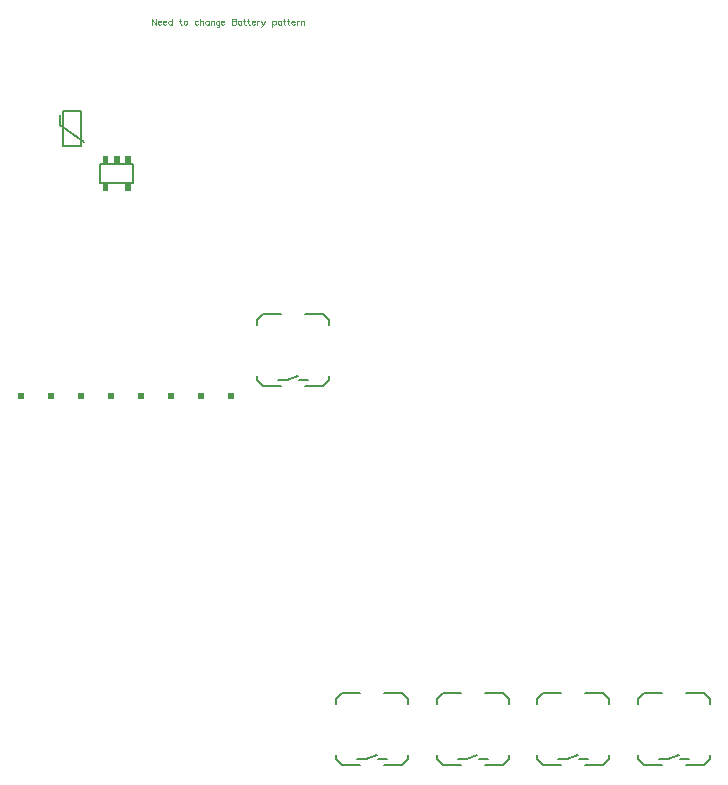
<source format=gbr>
%TF.GenerationSoftware,Novarm,DipTrace,3.2.0.1*%
%TF.CreationDate,2018-03-15T12:04:56-08:00*%
%FSLAX26Y26*%
%MOIN*%
%TF.FileFunction,Drawing,Top*%
%TF.Part,Single*%
%ADD17C,0.006*%
%ADD18C,0.008*%
%ADD31C,0.005*%
%ADD138C,0.003088*%
G75*
G01*
%LPD*%
X608213Y2565113D2*
D31*
Y2683223D1*
X667268D1*
Y2565113D1*
X608213D1*
X677740Y2579168D2*
X597740Y2634168D1*
Y2669168D1*
G36*
X1079016Y1742765D2*
X1059032D1*
Y1722750D1*
X1079016D1*
Y1742765D1*
G37*
G36*
X979016D2*
X959032D1*
Y1722750D1*
X979016D1*
Y1742765D1*
G37*
G36*
X879016D2*
X859032D1*
Y1722750D1*
X879016D1*
Y1742765D1*
G37*
G36*
X779016D2*
X759032D1*
Y1722750D1*
X779016D1*
Y1742765D1*
G37*
G36*
X679016D2*
X659032D1*
Y1722750D1*
X679016D1*
Y1742765D1*
G37*
G36*
X579016D2*
X559032D1*
Y1722750D1*
X579016D1*
Y1742765D1*
G37*
G36*
X479016D2*
X459032D1*
Y1722750D1*
X479016D1*
Y1742765D1*
G37*
G36*
X1179016D2*
X1159032D1*
Y1722750D1*
X1179016D1*
Y1742765D1*
G37*
X1336765Y2004516D2*
D18*
X1276765D1*
X1256765Y1984516D1*
X1496765D2*
X1476765Y2004516D1*
X1416765D1*
X1256765Y1784516D2*
X1276765Y1764516D1*
X1336765D1*
X1496765Y1784516D2*
X1476765Y1764516D1*
X1416765D1*
X1496765Y1984516D2*
Y1969516D1*
Y1784516D2*
Y1799516D1*
X1256765Y1784516D2*
Y1799516D1*
Y1984516D2*
Y1969516D1*
X1326765Y1784516D2*
X1356765D1*
X1396765D2*
X1426765D1*
X1356765D2*
X1391765Y1799516D1*
X1599265Y742016D2*
X1539265D1*
X1519265Y722016D1*
X1759265D2*
X1739265Y742016D1*
X1679265D1*
X1519265Y522016D2*
X1539265Y502016D1*
X1599265D1*
X1759265Y522016D2*
X1739265Y502016D1*
X1679265D1*
X1759265Y722016D2*
Y707016D1*
Y522016D2*
Y537016D1*
X1519265Y522016D2*
Y537016D1*
Y722016D2*
Y707016D1*
X1589265Y522016D2*
X1619265D1*
X1659265D2*
X1689265D1*
X1619265D2*
X1654265Y537016D1*
X1934683Y742016D2*
X1874683D1*
X1854683Y722016D1*
X2094683D2*
X2074683Y742016D1*
X2014683D1*
X1854683Y522016D2*
X1874683Y502016D1*
X1934683D1*
X2094683Y522016D2*
X2074683Y502016D1*
X2014683D1*
X2094683Y722016D2*
Y707016D1*
Y522016D2*
Y537016D1*
X1854683Y522016D2*
Y537016D1*
Y722016D2*
Y707016D1*
X1924683Y522016D2*
X1954683D1*
X1994683D2*
X2024683D1*
X1954683D2*
X1989683Y537016D1*
X2270099Y742016D2*
X2210099D1*
X2190099Y722016D1*
X2430099D2*
X2410099Y742016D1*
X2350099D1*
X2190099Y522016D2*
X2210099Y502016D1*
X2270099D1*
X2430099Y522016D2*
X2410099Y502016D1*
X2350099D1*
X2430099Y722016D2*
Y707016D1*
Y522016D2*
Y537016D1*
X2190099Y522016D2*
Y537016D1*
Y722016D2*
Y707016D1*
X2260099Y522016D2*
X2290099D1*
X2330099D2*
X2360099D1*
X2290099D2*
X2325099Y537016D1*
X2605516Y742016D2*
X2545516D1*
X2525516Y722016D1*
X2765516D2*
X2745516Y742016D1*
X2685516D1*
X2525516Y522016D2*
X2545516Y502016D1*
X2605516D1*
X2765516Y522016D2*
X2745516Y502016D1*
X2685516D1*
X2765516Y722016D2*
Y707016D1*
Y522016D2*
Y537016D1*
X2525516Y522016D2*
Y537016D1*
Y722016D2*
Y707016D1*
X2595516Y522016D2*
X2625516D1*
X2665516D2*
X2695516D1*
X2625516D2*
X2660516Y537016D1*
G36*
X815424Y2507544D2*
X835088D1*
Y2533150D1*
X815424D1*
Y2507544D1*
G37*
G36*
X778023D2*
X797687D1*
Y2533150D1*
X778023D1*
Y2507544D1*
G37*
G36*
X740621D2*
X760285D1*
Y2533150D1*
X740621D1*
Y2507544D1*
G37*
G36*
Y2415024D2*
X760285D1*
Y2440630D1*
X740621D1*
Y2415024D1*
G37*
G36*
X815424D2*
X835088D1*
Y2440630D1*
X815424D1*
Y2415024D1*
G37*
X732747Y2505575D2*
D17*
X842983D1*
Y2442583D2*
X732747D1*
Y2505575D1*
X842983Y2442583D2*
Y2505575D1*
X918333Y2990357D2*
D138*
Y2970261D1*
X904935Y2990357D1*
Y2970261D1*
X924508Y2977910D2*
X935982D1*
Y2979834D1*
X935032Y2981757D1*
X934081Y2982708D1*
X932158Y2983659D1*
X929284D1*
X927382Y2982708D1*
X925459Y2980785D1*
X924508Y2977910D1*
Y2976009D1*
X925459Y2973135D1*
X927382Y2971234D1*
X929284Y2970261D1*
X932158D1*
X934081Y2971234D1*
X935982Y2973135D1*
X942158Y2977910D2*
X953632D1*
Y2979834D1*
X952681Y2981757D1*
X951731Y2982708D1*
X949807Y2983659D1*
X946933D1*
X945032Y2982708D1*
X943109Y2980785D1*
X942158Y2977910D1*
Y2976009D1*
X943109Y2973135D1*
X945032Y2971234D1*
X946933Y2970261D1*
X949807D1*
X951731Y2971234D1*
X953632Y2973135D1*
X971282Y2990357D2*
Y2970261D1*
Y2980785D2*
X969380Y2982708D1*
X967457Y2983659D1*
X964583D1*
X962682Y2982708D1*
X960758Y2980785D1*
X959808Y2977910D1*
Y2976009D1*
X960758Y2973135D1*
X962682Y2971234D1*
X964583Y2970261D1*
X967457D1*
X969380Y2971234D1*
X971282Y2973135D1*
X999772Y2990357D2*
Y2974086D1*
X1000722Y2971234D1*
X1002646Y2970261D1*
X1004547D1*
X996898Y2983659D2*
X1003596D1*
X1015498D2*
X1013597Y2982708D1*
X1011673Y2980785D1*
X1010723Y2977910D1*
Y2976009D1*
X1011673Y2973135D1*
X1013597Y2971234D1*
X1015498Y2970261D1*
X1018372D1*
X1020295Y2971234D1*
X1022197Y2973135D1*
X1023169Y2976009D1*
Y2977910D1*
X1022197Y2980785D1*
X1020295Y2982708D1*
X1018372Y2983659D1*
X1015498D1*
X1060281Y2980785D2*
X1058358Y2982708D1*
X1056435Y2983659D1*
X1053583D1*
X1051659Y2982708D1*
X1049758Y2980785D1*
X1048785Y2977910D1*
Y2976009D1*
X1049758Y2973135D1*
X1051659Y2971234D1*
X1053583Y2970261D1*
X1056435D1*
X1058358Y2971234D1*
X1060281Y2973135D1*
X1066457Y2990357D2*
Y2970261D1*
Y2979834D2*
X1069331Y2982708D1*
X1071255Y2983659D1*
X1074129D1*
X1076030Y2982708D1*
X1076981Y2979834D1*
Y2970261D1*
X1094630Y2983659D2*
Y2970261D1*
Y2980785D2*
X1092729Y2982708D1*
X1090806Y2983659D1*
X1087954D1*
X1086030Y2982708D1*
X1084129Y2980785D1*
X1083156Y2977910D1*
Y2976009D1*
X1084129Y2973135D1*
X1086030Y2971234D1*
X1087954Y2970261D1*
X1090806D1*
X1092729Y2971234D1*
X1094630Y2973135D1*
X1100806Y2983659D2*
Y2970261D1*
Y2979834D2*
X1103680Y2982708D1*
X1105603Y2983659D1*
X1108455D1*
X1110379Y2982708D1*
X1111329Y2979834D1*
Y2970261D1*
X1128979Y2982708D2*
Y2967387D1*
X1128028Y2964535D1*
X1127078Y2963563D1*
X1125154Y2962612D1*
X1122280D1*
X1120379Y2963563D1*
X1128979Y2979834D2*
X1127078Y2981735D1*
X1125154Y2982708D1*
X1122280D1*
X1120379Y2981735D1*
X1118456Y2979834D1*
X1117505Y2976960D1*
Y2975036D1*
X1118456Y2972185D1*
X1120379Y2970261D1*
X1122280Y2969311D1*
X1125154D1*
X1127078Y2970261D1*
X1128979Y2972185D1*
X1135155Y2977910D2*
X1146628D1*
Y2979834D1*
X1145678Y2981757D1*
X1144727Y2982708D1*
X1142804Y2983659D1*
X1139930D1*
X1138029Y2982708D1*
X1136105Y2980785D1*
X1135155Y2977910D1*
Y2976009D1*
X1136105Y2973135D1*
X1138029Y2971234D1*
X1139930Y2970261D1*
X1142804D1*
X1144727Y2971234D1*
X1146628Y2973135D1*
X1172245Y2990357D2*
Y2970261D1*
X1180867D1*
X1183741Y2971234D1*
X1184691Y2972185D1*
X1185642Y2974086D1*
Y2976960D1*
X1184691Y2978883D1*
X1183741Y2979834D1*
X1180867Y2980785D1*
X1183741Y2981757D1*
X1184691Y2982708D1*
X1185642Y2984609D1*
Y2986533D1*
X1184691Y2988434D1*
X1183741Y2989407D1*
X1180867Y2990357D1*
X1172245D1*
Y2980785D2*
X1180867D1*
X1203292Y2983659D2*
Y2970261D1*
Y2980785D2*
X1201390Y2982708D1*
X1199467Y2983659D1*
X1196615D1*
X1194692Y2982708D1*
X1192790Y2980785D1*
X1191818Y2977910D1*
Y2976009D1*
X1192790Y2973135D1*
X1194692Y2971234D1*
X1196615Y2970261D1*
X1199467D1*
X1201390Y2971234D1*
X1203292Y2973135D1*
X1212341Y2990357D2*
Y2974086D1*
X1213292Y2971234D1*
X1215215Y2970261D1*
X1217117D1*
X1209467Y2983659D2*
X1216166D1*
X1226166Y2990357D2*
Y2974086D1*
X1227117Y2971234D1*
X1229040Y2970261D1*
X1230942D1*
X1223292Y2983659D2*
X1229991D1*
X1237117Y2977910D2*
X1248591D1*
Y2979834D1*
X1247641Y2981757D1*
X1246690Y2982708D1*
X1244767Y2983659D1*
X1241893D1*
X1239991Y2982708D1*
X1238068Y2980785D1*
X1237117Y2977910D1*
Y2976009D1*
X1238068Y2973135D1*
X1239991Y2971234D1*
X1241893Y2970261D1*
X1244767D1*
X1246690Y2971234D1*
X1248591Y2973135D1*
X1254767Y2983659D2*
Y2970261D1*
Y2977910D2*
X1255740Y2980785D1*
X1257641Y2982708D1*
X1259564Y2983659D1*
X1262438D1*
X1269587D2*
X1275313Y2970261D1*
X1273411Y2966437D1*
X1271488Y2964513D1*
X1269587Y2963563D1*
X1268614D1*
X1281061Y2983659D2*
X1275313Y2970261D1*
X1306677Y2983659D2*
Y2963563D1*
Y2980785D2*
X1308600Y2982686D1*
X1310501Y2983659D1*
X1313375D1*
X1315299Y2982686D1*
X1317200Y2980785D1*
X1318173Y2977910D1*
Y2975987D1*
X1317200Y2973135D1*
X1315299Y2971212D1*
X1313375Y2970261D1*
X1310501D1*
X1308600Y2971212D1*
X1306677Y2973135D1*
X1335823Y2983659D2*
Y2970261D1*
Y2980785D2*
X1333921Y2982708D1*
X1331998Y2983659D1*
X1329146D1*
X1327223Y2982708D1*
X1325321Y2980785D1*
X1324349Y2977910D1*
Y2976009D1*
X1325321Y2973135D1*
X1327223Y2971234D1*
X1329146Y2970261D1*
X1331998D1*
X1333921Y2971234D1*
X1335823Y2973135D1*
X1344872Y2990357D2*
Y2974086D1*
X1345823Y2971234D1*
X1347746Y2970261D1*
X1349648D1*
X1341998Y2983659D2*
X1348697D1*
X1358697Y2990357D2*
Y2974086D1*
X1359648Y2971234D1*
X1361571Y2970261D1*
X1363473D1*
X1355823Y2983659D2*
X1362522D1*
X1369648Y2977910D2*
X1381122D1*
Y2979834D1*
X1380172Y2981757D1*
X1379221Y2982708D1*
X1377298Y2983659D1*
X1374424D1*
X1372522Y2982708D1*
X1370599Y2980785D1*
X1369648Y2977910D1*
Y2976009D1*
X1370599Y2973135D1*
X1372522Y2971234D1*
X1374424Y2970261D1*
X1377298D1*
X1379221Y2971234D1*
X1381122Y2973135D1*
X1387298Y2983659D2*
Y2970261D1*
Y2977910D2*
X1388271Y2980785D1*
X1390172Y2982708D1*
X1392095Y2983659D1*
X1394969D1*
X1401145D2*
Y2970261D1*
Y2979834D2*
X1404019Y2982708D1*
X1405942Y2983659D1*
X1408794D1*
X1410718Y2982708D1*
X1411668Y2979834D1*
Y2970261D1*
M02*

</source>
